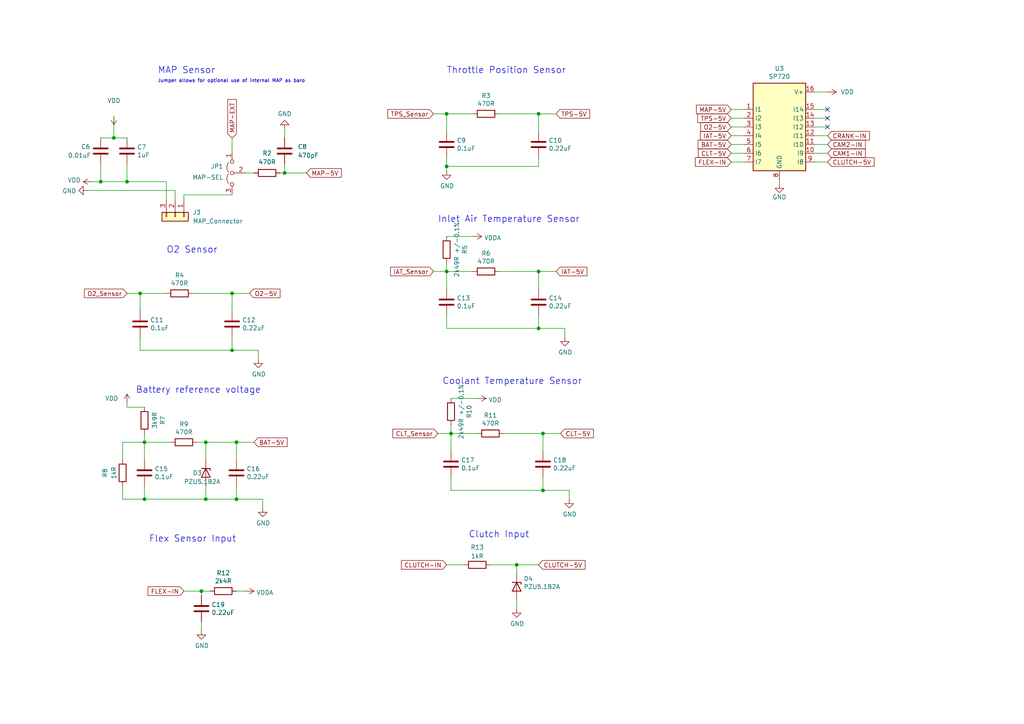
<source format=kicad_sch>
(kicad_sch (version 20211123) (generator eeschema)
  (paper "A4")
  (title_block (title "Speeduino board for Teensy 4.1") (date "2022-12-31") (rev "5") (company "Fontys Eindhoven EXPO group 13 || Speeduino") (comment 1 "Adapted from Speeduino V0.4.4c board"))
  (lib_symbols
    (symbol "Connector_Generic:Conn_01x03" (pin_names (offset 1.016) hide)
      (property "Reference" "J" (at 0 5.08 0))
      (property "Value" "Conn_01x03" (at 0 -5.08 0))
      (symbol "Conn_01x03_1_1"
        (rectangle (start -1.27 -2.413) (end 0 -2.667) (stroke (width 0.1524)))
        (rectangle (start -1.27 0.127) (end 0 -0.127) (stroke (width 0.1524)))
        (rectangle (start -1.27 2.667) (end 0 2.413) (stroke (width 0.1524)))
        (rectangle (start -1.27 3.81) (end 1.27 -3.81) (stroke (width 0.254)) (fill (type background)))
        (pin passive line (at -5.08 2.54 0) (length 3.81) (name "Pin_1") (number "1"))
        (pin passive line (at -5.08 0 0) (length 3.81) (name "Pin_2") (number "2"))
        (pin passive line (at -5.08 -2.54 0) (length 3.81) (name "Pin_3") (number "3"))
      )
    )
    (symbol "Device:C" (pin_numbers hide) (pin_names (offset 0.254))
      (property "Reference" "C" (at 0.635 2.54 0))
      (property "Value" "C" (at 0.635 -2.54 0))
      (symbol "C_0_1"
        (polyline (pts (xy -2.032 -0.762) (xy 2.032 -0.762)) (stroke (width 0.508)))
        (polyline (pts (xy -2.032 0.762) (xy 2.032 0.762)) (stroke (width 0.508)))
      )
      (symbol "C_1_1"
        (pin passive line (at 0 3.81 270) (length 2.794) (name "~") (number "1"))
        (pin passive line (at 0 -3.81 90) (length 2.794) (name "~") (number "2"))
      )
    )
    (symbol "Device:D_Zener" (pin_numbers hide) (pin_names (offset 1.016) hide)
      (property "Reference" "D" (at 0 2.54 0))
      (property "Value" "D_Zener" (at 0 -2.54 0))
      (symbol "D_Zener_0_1"
        (polyline (pts (xy 1.27 0) (xy -1.27 0)))
        (polyline (pts (xy -1.27 -1.27) (xy -1.27 1.27) (xy -0.762 1.27)) (stroke (width 0.254)))
        (polyline (pts (xy 1.27 -1.27) (xy 1.27 1.27) (xy -1.27 0) (xy 1.27 -1.27)) (stroke (width 0.254)))
      )
      (symbol "D_Zener_1_1"
        (pin passive line (at -3.81 0 0) (length 2.54) (name "K") (number "1"))
        (pin passive line (at 3.81 0 180) (length 2.54) (name "A") (number "2"))
      )
    )
    (symbol "Device:R" (pin_numbers hide) (pin_names (offset 0))
      (property "Reference" "R" (at 2.032 0 90))
      (property "Value" "R" (at 0 0 90))
      (symbol "R_0_1"
        (rectangle (start -1.016 -2.54) (end 1.016 2.54) (stroke (width 0.254)))
      )
      (symbol "R_1_1"
        (pin passive line (at 0 3.81 270) (length 1.27) (name "~") (number "1"))
        (pin passive line (at 0 -3.81 90) (length 1.27) (name "~") (number "2"))
      )
    )
    (symbol "Jumper:Jumper_3_Open" (pin_names (offset 0) hide)
      (property "Reference" "JP" (at -2.54 -2.54 0))
      (property "Value" "Jumper_3_Open" (at 0 2.794 0))
      (symbol "Jumper_3_Open_0_0"
        (circle (center -3.302 0) (radius 0.508))
        (circle (center 0 0) (radius 0.508))
        (circle (center 3.302 0) (radius 0.508))
      )
      (symbol "Jumper_3_Open_0_1"
        (arc (start -0.254 1.016) (mid -1.651 1.4992) (end -3.048 1.016))
        (polyline (pts (xy 0 -0.508) (xy 0 -1.27)))
        (arc (start 3.048 1.016) (mid 1.651 1.4992) (end 0.254 1.016))
      )
      (symbol "Jumper_3_Open_1_1"
        (pin passive line (at -6.35 0 0) (length 2.54) (name "A") (number "1"))
        (pin passive line (at 0 -3.81 90) (length 2.54) (name "C") (number "2"))
        (pin passive line (at 6.35 0 180) (length 2.54) (name "B") (number "3"))
      )
    )
    (symbol "Speeduino-lib:SP720-IC_Automotive"
      (property "Reference" "U3" (at 0 16.9418 0))
      (property "Value" "SP720-IC_Automotive" (at 0 14.6304 0))
      (symbol "SP720-IC_Automotive_0_1"
        (rectangle (start -7.62 -12.7) (end 7.62 12.7) (stroke (width 0.254)) (fill (type background)))
      )
      (symbol "SP720-IC_Automotive_1_1"
        (pin input line (at -10.16 5.08 0) (length 2.54) (name "I1") (number "1"))
        (pin input line (at 10.16 -7.62 180) (length 2.54) (name "I9") (number "10"))
        (pin input line (at 10.16 -5.08 180) (length 2.54) (name "I10") (number "11"))
        (pin input line (at 10.16 -2.54 180) (length 2.54) (name "I11") (number "12"))
        (pin input line (at 10.16 0 180) (length 2.54) (name "I12") (number "13"))
        (pin open_collector line (at 10.16 2.54 180) (length 2.54) (name "I13") (number "14"))
        (pin input line (at 10.16 5.08 180) (length 2.54) (name "I14") (number "15"))
        (pin power_in line (at 10.16 10.16 180) (length 2.54) (name "V+") (number "16"))
        (pin input line (at -10.16 2.54 0) (length 2.54) (name "I2") (number "2"))
        (pin input line (at -10.16 0 0) (length 2.54) (name "I3") (number "3"))
        (pin input line (at -10.16 -2.54 0) (length 2.54) (name "I4") (number "4"))
        (pin input line (at -10.16 -5.08 0) (length 2.54) (name "I5") (number "5"))
        (pin input line (at -10.16 -7.62 0) (length 2.54) (name "I6") (number "6"))
        (pin input line (at -10.16 -10.16 0) (length 2.54) (name "I7") (number "7"))
        (pin power_in line (at 0 -15.24 90) (length 2.54) (name "GND") (number "8"))
        (pin input line (at 10.16 -10.16 180) (length 2.54) (name "I8") (number "9"))
      )
    )
    (symbol "power:GND" (power) (pin_names (offset 0))
      (property "Value" "GND" (at 0 -3.81 0))
      (symbol "GND_0_1"
        (polyline (pts (xy 0 0) (xy 0 -1.27) (xy 1.27 -1.27) (xy 0 -2.54) (xy -1.27 -1.27) (xy 0 -1.27)))
      )
      (symbol "GND_1_1"
        (pin power_in line (at 0 0 270) (length 0) hide (name "GND") (number "1"))
      )
    )
    (symbol "power:VDD" (power) (pin_names (offset 0))
      (property "Value" "VDD" (at 0 3.81 0))
      (symbol "VDD_0_1"
        (polyline (pts (xy -0.762 1.27) (xy 0 2.54)))
        (polyline (pts (xy 0 0) (xy 0 2.54)))
        (polyline (pts (xy 0 2.54) (xy 0.762 1.27)))
      )
      (symbol "VDD_1_1"
        (pin power_in line (at 0 0 90) (length 0) hide (name "VDD") (number "1"))
      )
    )
    (symbol "power:VDDA" (power) (pin_names (offset 0))
      (property "Value" "VDDA" (at 0 3.81 0))
      (symbol "VDDA_0_1"
        (polyline (pts (xy -0.762 1.27) (xy 0 2.54)))
        (polyline (pts (xy 0 0) (xy 0 2.54)))
        (polyline (pts (xy 0 2.54) (xy 0.762 1.27)))
      )
      (symbol "VDDA_1_1"
        (pin power_in line (at 0 0 90) (length 0) hide (name "VDDA") (number "1"))
      )
    )
  )
  (junction (at 156.21 95.25))
  (junction (at 129.54 78.74))
  (junction (at 58.42 171.45))
  (junction (at 36.83 52.705))
  (junction (at 68.58 128.27))
  (junction (at 41.91 144.78))
  (junction (at 156.21 78.74))
  (junction (at 59.69 144.78))
  (junction (at 67.31 85.09))
  (junction (at 157.48 142.24))
  (junction (at 157.48 125.73))
  (junction (at 82.55 50.165))
  (junction (at 29.21 52.705))
  (junction (at 41.91 128.27))
  (junction (at 59.69 128.27))
  (junction (at 67.31 101.6))
  (junction (at 129.54 33.02))
  (junction (at 156.21 33.02))
  (junction (at 33.02 40.005))
  (junction (at 130.81 125.73))
  (junction (at 149.86 163.83))
  (junction (at 40.64 85.09))
  (junction (at 129.54 48.26))
  (junction (at 68.58 144.78))
  (no_connect (at 240.03 34.29))
  (no_connect (at 240.03 31.75))
  (no_connect (at 240.03 36.83))
  (wire (pts (xy 40.64 101.6) (xy 67.31 101.6)))
  (wire (pts (xy 59.69 128.27) (xy 68.58 128.27)))
  (wire (pts (xy 130.81 138.43) (xy 130.81 142.24)))
  (wire (pts (xy 58.42 172.72) (xy 58.42 171.45)))
  (wire (pts (xy 48.26 57.785) (xy 48.26 52.705)))
  (wire (pts (xy 156.21 78.74) (xy 156.21 83.82)))
  (wire (pts (xy 129.54 45.72) (xy 129.54 48.26)))
  (wire (pts (xy 67.31 97.79) (xy 67.31 101.6)))
  (wire (pts (xy 212.09 41.91) (xy 215.9 41.91)))
  (wire (pts (xy 163.83 95.25) (xy 163.83 97.79)))
  (wire (pts (xy 236.22 39.37) (xy 240.03 39.37)))
  (wire (pts (xy 48.26 52.705) (xy 36.83 52.705)))
  (wire (pts (xy 74.93 101.6) (xy 74.93 104.14)))
  (wire (pts (xy 162.56 125.73) (xy 157.48 125.73)))
  (wire (pts (xy 129.54 95.25) (xy 156.21 95.25)))
  (wire (pts (xy 129.54 33.02) (xy 137.16 33.02)))
  (wire (pts (xy 156.21 91.44) (xy 156.21 95.25)))
  (wire (pts (xy 59.69 140.97) (xy 59.69 144.78)))
  (wire (pts (xy 212.09 36.83) (xy 215.9 36.83)))
  (wire (pts (xy 68.58 128.27) (xy 68.58 133.35)))
  (wire (pts (xy 25.4 55.245) (xy 50.8 55.245)))
  (wire (pts (xy 50.8 55.245) (xy 50.8 57.785)))
  (wire (pts (xy 129.54 48.26) (xy 129.54 49.53)))
  (wire (pts (xy 215.9 44.45) (xy 212.09 44.45)))
  (wire (pts (xy 40.64 97.79) (xy 40.64 101.6)))
  (wire (pts (xy 36.83 52.705) (xy 36.83 47.625)))
  (wire (pts (xy 149.86 166.37) (xy 149.86 163.83)))
  (wire (pts (xy 129.54 83.82) (xy 129.54 78.74)))
  (wire (pts (xy 36.83 118.11) (xy 41.91 118.11)))
  (wire (pts (xy 156.21 45.72) (xy 156.21 48.26)))
  (wire (pts (xy 240.03 31.75) (xy 236.22 31.75)))
  (wire (pts (xy 68.58 144.78) (xy 76.2 144.78)))
  (wire (pts (xy 129.54 76.2) (xy 129.54 78.74)))
  (wire (pts (xy 156.21 38.1) (xy 156.21 33.02)))
  (wire (pts (xy 53.34 57.785) (xy 53.34 56.515)))
  (wire (pts (xy 35.56 133.35) (xy 35.56 128.27)))
  (wire (pts (xy 40.64 85.09) (xy 48.26 85.09)))
  (wire (pts (xy 71.12 50.165) (xy 73.66 50.165)))
  (wire (pts (xy 138.43 115.57) (xy 130.81 115.57)))
  (wire (pts (xy 35.56 144.78) (xy 41.91 144.78)))
  (wire (pts (xy 29.21 52.705) (xy 36.83 52.705)))
  (wire (pts (xy 26.67 52.705) (xy 29.21 52.705)))
  (wire (pts (xy 36.83 85.09) (xy 40.64 85.09)))
  (wire (pts (xy 76.2 144.78) (xy 76.2 147.32)))
  (wire (pts (xy 144.78 78.74) (xy 156.21 78.74)))
  (wire (pts (xy 58.42 171.45) (xy 53.34 171.45)))
  (wire (pts (xy 41.91 125.73) (xy 41.91 128.27)))
  (wire (pts (xy 157.48 138.43) (xy 157.48 142.24)))
  (wire (pts (xy 129.54 38.1) (xy 129.54 33.02)))
  (wire (pts (xy 33.02 40.005) (xy 33.02 33.655)))
  (wire (pts (xy 129.54 163.83) (xy 134.62 163.83)))
  (wire (pts (xy 41.91 133.35) (xy 41.91 128.27)))
  (wire (pts (xy 68.58 171.45) (xy 71.12 171.45)))
  (wire (pts (xy 68.58 140.97) (xy 68.58 144.78)))
  (wire (pts (xy 130.81 142.24) (xy 157.48 142.24)))
  (wire (pts (xy 240.03 26.67) (xy 236.22 26.67)))
  (wire (pts (xy 33.02 40.005) (xy 36.83 40.005)))
  (wire (pts (xy 35.56 140.97) (xy 35.56 144.78)))
  (wire (pts (xy 82.55 50.165) (xy 82.55 47.625)))
  (wire (pts (xy 226.06 53.34) (xy 226.06 52.07)))
  (wire (pts (xy 73.66 128.27) (xy 68.58 128.27)))
  (wire (pts (xy 125.73 33.02) (xy 129.54 33.02)))
  (wire (pts (xy 236.22 44.45) (xy 240.03 44.45)))
  (wire (pts (xy 236.22 34.29) (xy 240.03 34.29)))
  (wire (pts (xy 81.28 50.165) (xy 82.55 50.165)))
  (wire (pts (xy 41.91 128.27) (xy 49.53 128.27)))
  (wire (pts (xy 59.69 144.78) (xy 68.58 144.78)))
  (wire (pts (xy 82.55 50.165) (xy 88.9 50.165)))
  (wire (pts (xy 157.48 142.24) (xy 165.1 142.24)))
  (wire (pts (xy 60.96 171.45) (xy 58.42 171.45)))
  (wire (pts (xy 58.42 182.88) (xy 58.42 180.34)))
  (wire (pts (xy 29.21 40.005) (xy 33.02 40.005)))
  (wire (pts (xy 36.83 116.84) (xy 36.83 118.11)))
  (wire (pts (xy 212.09 46.99) (xy 215.9 46.99)))
  (wire (pts (xy 67.31 101.6) (xy 74.93 101.6)))
  (wire (pts (xy 161.29 78.74) (xy 156.21 78.74)))
  (wire (pts (xy 142.24 163.83) (xy 149.86 163.83)))
  (wire (pts (xy 165.1 142.24) (xy 165.1 144.78)))
  (wire (pts (xy 157.48 125.73) (xy 157.48 130.81)))
  (wire (pts (xy 53.34 56.515) (xy 67.31 56.515)))
  (wire (pts (xy 129.54 91.44) (xy 129.54 95.25)))
  (wire (pts (xy 35.56 128.27) (xy 41.91 128.27)))
  (wire (pts (xy 82.55 40.005) (xy 82.55 37.465)))
  (wire (pts (xy 156.21 33.02) (xy 161.29 33.02)))
  (wire (pts (xy 215.9 34.29) (xy 212.09 34.29)))
  (wire (pts (xy 40.64 90.17) (xy 40.64 85.09)))
  (wire (pts (xy 67.31 40.005) (xy 67.31 43.815)))
  (wire (pts (xy 240.03 41.91) (xy 236.22 41.91)))
  (wire (pts (xy 215.9 39.37) (xy 212.09 39.37)))
  (wire (pts (xy 72.39 85.09) (xy 67.31 85.09)))
  (wire (pts (xy 149.86 163.83) (xy 156.21 163.83)))
  (wire (pts (xy 130.81 123.19) (xy 130.81 125.73)))
  (wire (pts (xy 41.91 144.78) (xy 59.69 144.78)))
  (wire (pts (xy 57.15 128.27) (xy 59.69 128.27)))
  (wire (pts (xy 137.16 68.58) (xy 129.54 68.58)))
  (wire (pts (xy 130.81 125.73) (xy 138.43 125.73)))
  (wire (pts (xy 41.91 140.97) (xy 41.91 144.78)))
  (wire (pts (xy 212.09 31.75) (xy 215.9 31.75)))
  (wire (pts (xy 240.03 46.99) (xy 236.22 46.99)))
  (wire (pts (xy 67.31 85.09) (xy 67.31 90.17)))
  (wire (pts (xy 146.05 125.73) (xy 157.48 125.73)))
  (wire (pts (xy 127 125.73) (xy 130.81 125.73)))
  (wire (pts (xy 125.73 78.74) (xy 129.54 78.74)))
  (wire (pts (xy 29.21 52.705) (xy 29.21 47.625)))
  (wire (pts (xy 129.54 78.74) (xy 137.16 78.74)))
  (wire (pts (xy 240.03 36.83) (xy 236.22 36.83)))
  (wire (pts (xy 59.69 133.35) (xy 59.69 128.27)))
  (wire (pts (xy 156.21 95.25) (xy 163.83 95.25)))
  (wire (pts (xy 149.86 176.53) (xy 149.86 173.99)))
  (wire (pts (xy 129.54 48.26) (xy 156.21 48.26)))
  (wire (pts (xy 55.88 85.09) (xy 67.31 85.09)))
  (wire (pts (xy 144.78 33.02) (xy 156.21 33.02)))
  (wire (pts (xy 130.81 130.81) (xy 130.81 125.73)))
  (text "Coolant Temperature Sensor" (at 128.27 111.76 0) (effects (font (size 1.8796 1.8796)) (justify left bottom)))
  (text "Battery reference voltage" (at 39.37 114.3 0) (effects (font (size 1.8796 1.8796)) (justify left bottom)))
  (text "Clutch Input" (at 135.89 156.21 0) (effects (font (size 1.8796 1.8796)) (justify left bottom)))
  (text "Inlet Air Temperature Sensor" (at 127 64.77 0) (effects (font (size 1.8796 1.8796)) (justify left bottom)))
  (text "Flex Sensor Input" (at 43.18 157.48 0) (effects (font (size 1.8796 1.8796)) (justify left bottom)))
  (text "O2 Sensor" (at 48.26 73.66 0) (effects (font (size 1.8796 1.8796)) (justify left bottom)))
  (text "Jumper allows for optional use of internal MAP as baro" (at 45.72 24.13 0) (effects (font (size 0.9906 0.9906)) (justify left bottom)))
  (text "Throttle Position Sensor" (at 129.54 21.59 0) (effects (font (size 1.8796 1.8796)) (justify left bottom)))
  (text "MAP Sensor" (at 45.72 21.59 0) (effects (font (size 1.8796 1.8796)) (justify left bottom)))
  (global_label "O2-5V" (shape input) (at 72.39 85.09 0) (property "Intersheet References" "${INTERSHEET_REFS}" (effects hide)))
  (global_label "FLEX-IN" (shape input) (at 53.34 171.45 180) (property "Intersheet References" "${INTERSHEET_REFS}" (effects hide)))
  (global_label "CLUTCH-5V" (shape input) (at 156.21 163.83 0) (property "Intersheet References" "${INTERSHEET_REFS}" (effects hide)))
  (global_label "IAT-5V" (shape input) (at 161.29 78.74 0) (property "Intersheet References" "${INTERSHEET_REFS}" (effects hide)))
  (global_label "TPS-5V" (shape input) (at 212.09 34.29 180) (property "Intersheet References" "${INTERSHEET_REFS}" (effects hide)))
  (global_label "FLEX-IN" (shape input) (at 212.09 46.99 180) (property "Intersheet References" "${INTERSHEET_REFS}" (effects hide)))
  (global_label "CLT-5V" (shape input) (at 162.56 125.73 0) (property "Intersheet References" "${INTERSHEET_REFS}" (effects hide)))
  (global_label "CAM2-IN" (shape input) (at 240.03 41.91 0) (property "Intersheet References" "${INTERSHEET_REFS}" (effects hide)))
  (global_label "CLT_Sensor" (shape input) (at 127 125.73 180) (property "Intersheet References" "${INTERSHEET_REFS}" (effects hide)))
  (global_label "MAP-5V" (shape input) (at 212.09 31.75 180) (property "Intersheet References" "${INTERSHEET_REFS}" (effects hide)))
  (global_label "IAT_Sensor" (shape input) (at 125.73 78.74 180) (property "Intersheet References" "${INTERSHEET_REFS}" (effects hide)))
  (global_label "BAT-5V" (shape input) (at 73.66 128.27 0) (property "Intersheet References" "${INTERSHEET_REFS}" (effects hide)))
  (global_label "O2-5V" (shape input) (at 212.09 36.83 180) (property "Intersheet References" "${INTERSHEET_REFS}" (effects hide)))
  (global_label "CRANK-IN" (shape input) (at 240.03 39.37 0) (property "Intersheet References" "${INTERSHEET_REFS}" (effects hide)))
  (global_label "CAM1-IN" (shape input) (at 240.03 44.45 0) (property "Intersheet References" "${INTERSHEET_REFS}" (effects hide)))
  (global_label "CLUTCH-IN" (shape input) (at 129.54 163.83 180) (property "Intersheet References" "${INTERSHEET_REFS}" (effects hide)))
  (global_label "MAP-EXT" (shape input) (at 67.31 40.005 90) (property "Intersheet References" "${INTERSHEET_REFS}" (effects hide)))
  (global_label "TPS_Sensor" (shape input) (at 125.73 33.02 180) (property "Intersheet References" "${INTERSHEET_REFS}" (effects hide)))
  (global_label "CLT-5V" (shape input) (at 212.09 44.45 180) (property "Intersheet References" "${INTERSHEET_REFS}" (effects hide)))
  (global_label "O2_Sensor" (shape input) (at 36.83 85.09 180) (property "Intersheet References" "${INTERSHEET_REFS}" (effects hide)))
  (global_label "MAP-5V" (shape input) (at 88.9 50.165 0) (property "Intersheet References" "${INTERSHEET_REFS}" (effects hide)))
  (global_label "BAT-5V" (shape input) (at 212.09 41.91 180) (property "Intersheet References" "${INTERSHEET_REFS}" (effects hide)))
  (global_label "IAT-5V" (shape input) (at 212.09 39.37 180) (property "Intersheet References" "${INTERSHEET_REFS}" (effects hide)))
  (global_label "CLUTCH-5V" (shape input) (at 240.03 46.99 0) (property "Intersheet References" "${INTERSHEET_REFS}" (effects hide)))
  (global_label "TPS-5V" (shape input) (at 161.29 33.02 0) (property "Intersheet References" "${INTERSHEET_REFS}" (effects hide)))
  (symbol (lib_id "power:GND") (at 25.4 55.245 270) (unit 1)
    (property "Reference" "#PWR0143" (effects hide))
    (property "Value" "GND" (at 22.1488 55.372 90) (effects (justify right)))
  )
  (symbol (lib_id "Device:C") (at 29.21 43.815 0) (unit 1)
    (property "Reference" "C6" (at 23.495 42.545 0) (effects (justify left)))
    (property "Value" "0.01uF" (at 19.685 45.085 0) (effects (justify left)))
    (property "Footprint" "Capacitor_SMD:C_0805_2012Metric" (effects hide))
    (property "Digikey Part Number" "3019937" (effects hide))
    (property "Manufacturer_Name" "Yageo" (effects hide))
    (property "Manufacturer_Part_Number" "CC0805KRX7R9BB103" (effects hide))
    (property "URL" "https://nl.farnell.com/yageo/cc0805krx7r9bb103/cap-0-01-f-50v-10-x7r-0805/dp/3019937" (effects hide))
  )
  (symbol (lib_id "Device:C") (at 36.83 43.815 0) (unit 1)
    (property "Reference" "C7" (at 39.751 42.6466 0) (effects (justify left)))
    (property "Value" "1uF" (at 39.751 44.958 0) (effects (justify left)))
    (property "Footprint" "Capacitor_SMD:C_0805_2012Metric" (effects hide))
    (property "Digikey Part Number" "3369302" (effects hide))
    (property "Manufacturer_Name" "Yageo" (effects hide))
    (property "Manufacturer_Part_Number" "CC0805KKX7R7BB105" (effects hide))
    (property "URL" "https://nl.farnell.com/yageo/cc0805kkx7r7bb105/cap-1uf-16v-mlcc-0805/dp/3369302?st=cc0805kkx7r7bb105" (effects hide))
  )
  (symbol (lib_id "Speeduino-lib:SP720-IC_Automotive") (at 226.06 36.83 0) (unit 1)
    (property "Reference" "U3" (at 226.06 19.8882 0))
    (property "Value" "SP720" (at 226.06 22.1996 0))
    (property "Footprint" "Package_SO:SOIC-16_3.9x9.9mm_P1.27mm" (effects hide))
    (property "Datasheet" "https://m.littelfuse.com/~/media/electronics/datasheets/tvs_diode_arrays/littelfuse_tvs_diode_array_sp720_datasheet.pdf.pdf" (effects hide))
    (property "Digikey Part Number" "1869378" (effects hide))
    (property "Manufacturer_Name" "Littelfuse" (effects hide))
    (property "Manufacturer_Part_Number" "SP720ABG" (effects hide))
    (property "URL" "https://nl.farnell.com/littelfuse/sp720abg/diode-tvs-esd-14-ch-16soic/dp/1869378?st=sp720" (effects hide))
  )
  (symbol (lib_id "Device:R") (at 52.07 85.09 270) (unit 1)
    (property "Reference" "R4" (at 52.07 79.8322 90))
    (property "Value" "470R" (at 52.07 82.1436 90))
    (property "Footprint" "Resistor_SMD:R_0805_2012Metric" (effects hide))
    (property "Manufacturer_Name" "Walsin" (effects hide))
    (property "Manufacturer_Part_Number" "WF08P4700FTL" (effects hide))
    (property "URL" "https://nl.farnell.com/walsin/wf08p4700ftl/res-470r-1-0-25w-0805-thick-film/dp/2670094" (effects hide))
    (property "Digikey Part Number" "2670094" (effects hide))
  )
  (symbol (lib_id "Device:C") (at 67.31 93.98 0) (unit 1)
    (property "Reference" "C12" (at 70.231 92.8116 0) (effects (justify left)))
    (property "Value" "0.22uF" (at 70.231 95.123 0) (effects (justify left)))
    (property "Footprint" "Capacitor_SMD:C_0805_2012Metric" (effects hide))
    (property "Digikey Part Number" "3881054" (effects hide))
    (property "Manufacturer_Name" "Walsin" (effects hide))
    (property "Manufacturer_Part_Number" "0805B224M160CP" (effects hide))
    (property "URL" "https://nl.farnell.com/walsin/0805b224m160cp/cap-0-22uf-16v-mlcc-0805/dp/3881054" (effects hide))
  )
  (symbol (lib_id "Device:C") (at 40.64 93.98 0) (unit 1)
    (property "Reference" "C11" (at 43.561 92.8116 0) (effects (justify left)))
    (property "Value" "0.1uF" (at 43.561 95.123 0) (effects (justify left)))
    (property "Footprint" "Capacitor_SMD:C_0805_2012Metric" (effects hide))
    (property "Digikey Part Number" "3296136" (effects hide))
    (property "Manufacturer_Name" "Vishay" (effects hide))
    (property "Manufacturer_Part_Number" "VJ0805Y104KXAPW1BC" (effects hide))
    (property "URL" "https://nl.farnell.com/vishay/vj0805y104kxapw1bc/cap-0-1uf-50v-mlcc-0805/dp/3296136" (effects hide))
  )
  (symbol (lib_id "power:GND") (at 74.93 104.14 0) (unit 1)
    (property "Reference" "#PWR0151" (effects hide))
    (property "Value" "GND" (at 75.057 108.5342 0))
  )
  (symbol (lib_id "Device:R") (at 140.97 33.02 270) (unit 1)
    (property "Reference" "R3" (at 140.97 27.7622 90))
    (property "Value" "470R" (at 140.97 30.0736 90))
    (property "Footprint" "Resistor_SMD:R_0805_2012Metric" (effects hide))
    (property "Manufacturer_Name" "Walsin" (effects hide))
    (property "Manufacturer_Part_Number" "WF08P4700FTL" (effects hide))
    (property "URL" "https://nl.farnell.com/walsin/wf08p4700ftl/res-470r-1-0-25w-0805-thick-film/dp/2670094" (effects hide))
    (property "Digikey Part Number" "2670094" (effects hide))
  )
  (symbol (lib_id "Device:C") (at 129.54 41.91 0) (unit 1)
    (property "Reference" "C9" (at 132.461 40.7416 0) (effects (justify left)))
    (property "Value" "0.1uF" (at 132.461 43.053 0) (effects (justify left)))
    (property "Footprint" "Capacitor_SMD:C_0805_2012Metric" (effects hide))
    (property "Digikey Part Number" "3296136" (effects hide))
    (property "Manufacturer_Name" "Vishay" (effects hide))
    (property "Manufacturer_Part_Number" "VJ0805Y104KXAPW1BC" (effects hide))
    (property "URL" "https://nl.farnell.com/vishay/vj0805y104kxapw1bc/cap-0-1uf-50v-mlcc-0805/dp/3296136" (effects hide))
  )
  (symbol (lib_id "power:GND") (at 129.54 49.53 0) (unit 1)
    (property "Reference" "#PWR0146" (effects hide))
    (property "Value" "GND" (at 129.667 53.9242 0))
  )
  (symbol (lib_id "Device:R") (at 140.97 78.74 270) (unit 1)
    (property "Reference" "R6" (at 140.97 73.4822 90))
    (property "Value" "470R" (at 140.97 75.7936 90))
    (property "Footprint" "Resistor_SMD:R_0805_2012Metric" (effects hide))
    (property "Manufacturer_Name" "Walsin" (effects hide))
    (property "Manufacturer_Part_Number" "WF08P4700FTL" (effects hide))
    (property "URL" "https://nl.farnell.com/walsin/wf08p4700ftl/res-470r-1-0-25w-0805-thick-film/dp/2670094" (effects hide))
    (property "Digikey Part Number" "2670094" (effects hide))
  )
  (symbol (lib_id "Device:C") (at 156.21 87.63 0) (unit 1)
    (property "Reference" "C14" (at 159.131 86.4616 0) (effects (justify left)))
    (property "Value" "0.22uF" (at 159.131 88.773 0) (effects (justify left)))
    (property "Footprint" "Capacitor_SMD:C_0805_2012Metric" (effects hide))
    (property "Digikey Part Number" "3881054" (effects hide))
    (property "Manufacturer_Name" "Walsin" (effects hide))
    (property "Manufacturer_Part_Number" "0805B224M160CP" (effects hide))
    (property "URL" "https://nl.farnell.com/walsin/0805b224m160cp/cap-0-22uf-16v-mlcc-0805/dp/3881054" (effects hide))
  )
  (symbol (lib_id "Device:C") (at 129.54 87.63 0) (unit 1)
    (property "Reference" "C13" (at 132.461 86.4616 0) (effects (justify left)))
    (property "Value" "0.1uF" (at 132.461 88.773 0) (effects (justify left)))
    (property "Footprint" "Capacitor_SMD:C_0805_2012Metric" (effects hide))
    (property "Digikey Part Number" "3296136" (effects hide))
    (property "Manufacturer_Name" "Vishay" (effects hide))
    (property "Manufacturer_Part_Number" "VJ0805Y104KXAPW1BC" (effects hide))
    (property "URL" "https://nl.farnell.com/vishay/vj0805y104kxapw1bc/cap-0-1uf-50v-mlcc-0805/dp/3296136" (effects hide))
  )
  (symbol (lib_id "power:GND") (at 163.83 97.79 0) (unit 1)
    (property "Reference" "#PWR0148" (effects hide))
    (property "Value" "GND" (at 163.957 102.1842 0))
  )
  (symbol (lib_id "Device:R") (at 129.54 72.39 180) (unit 1)
    (property "Reference" "R5" (at 134.7978 72.39 90))
    (property "Value" "2k49R +/-0.1%" (at 132.4864 72.39 90))
    (property "Footprint" "Resistor_SMD:R_0805_2012Metric" (effects hide))
    (property "Digikey Part Number" "4014068" (effects hide))
    (property "Manufacturer_Name" "Yageo" (effects hide))
    (property "Manufacturer_Part_Number" "RT0805BRD072K49L" (effects hide))
    (property "URL" "https://nl.farnell.com/yageo/rt0805brd072k49l/res-2k49-0-1-0-125w-thin-film/dp/4014068" (effects hide))
  )
  (symbol (lib_id "power:VDDA") (at 137.16 68.58 270) (unit 1)
    (property "Reference" "#PWR0149" (effects hide))
    (property "Value" "VDDA" (at 140.4112 69.0118 90) (effects (justify left)))
  )
  (symbol (lib_id "Device:R") (at 142.24 125.73 270) (unit 1)
    (property "Reference" "R11" (at 142.24 120.4722 90))
    (property "Value" "470R" (at 142.24 122.7836 90))
    (property "Footprint" "Resistor_SMD:R_0805_2012Metric" (effects hide))
    (property "Manufacturer_Name" "Walsin" (effects hide))
    (property "Manufacturer_Part_Number" "WF08P4700FTL" (effects hide))
    (property "URL" "https://nl.farnell.com/walsin/wf08p4700ftl/res-470r-1-0-25w-0805-thick-film/dp/2670094" (effects hide))
    (property "Digikey Part Number" "2670094" (effects hide))
  )
  (symbol (lib_id "Device:C") (at 157.48 134.62 0) (unit 1)
    (property "Reference" "C18" (at 160.401 133.4516 0) (effects (justify left)))
    (property "Value" "0.22uF" (at 160.401 135.763 0) (effects (justify left)))
    (property "Footprint" "Capacitor_SMD:C_0805_2012Metric" (effects hide))
    (property "Digikey Part Number" "3881054" (effects hide))
    (property "Manufacturer_Name" "Walsin" (effects hide))
    (property "Manufacturer_Part_Number" "0805B224M160CP" (effects hide))
    (property "URL" "https://nl.farnell.com/walsin/0805b224m160cp/cap-0-22uf-16v-mlcc-0805/dp/3881054" (effects hide))
  )
  (symbol (lib_id "Device:C") (at 130.81 134.62 0) (unit 1)
    (property "Reference" "C17" (at 133.731 133.4516 0) (effects (justify left)))
    (property "Value" "0.1uF" (at 133.731 135.763 0) (effects (justify left)))
    (property "Footprint" "Capacitor_SMD:C_0805_2012Metric" (effects hide))
    (property "Digikey Part Number" "3296136" (effects hide))
    (property "Manufacturer_Name" "Vishay" (effects hide))
    (property "Manufacturer_Part_Number" "VJ0805Y104KXAPW1BC" (effects hide))
    (property "URL" "https://nl.farnell.com/vishay/vj0805y104kxapw1bc/cap-0-1uf-50v-mlcc-0805/dp/3296136" (effects hide))
  )
  (symbol (lib_id "power:GND") (at 165.1 144.78 0) (unit 1)
    (property "Reference" "#PWR0141" (effects hide))
    (property "Value" "GND" (at 165.227 149.1742 0))
  )
  (symbol (lib_id "Device:R") (at 130.81 119.38 180) (unit 1)
    (property "Reference" "R10" (at 136.0678 119.38 90))
    (property "Value" "2k49R +/-0.1%" (at 133.7564 119.38 90))
    (property "Footprint" "Resistor_SMD:R_0805_2012Metric" (effects hide))
    (property "Digikey Part Number" "4014068" (effects hide))
    (property "Manufacturer_Name" "Yageo" (effects hide))
    (property "Manufacturer_Part_Number" "RT0805BRD072K49L" (effects hide))
    (property "URL" "https://nl.farnell.com/yageo/rt0805brd072k49l/res-2k49-0-1-0-125w-thin-film/dp/4014068" (effects hide))
  )
  (symbol (lib_id "power:VDD") (at 138.43 115.57 270) (unit 1)
    (property "Reference" "#PWR0150" (effects hide))
    (property "Value" "VDDA" (at 141.6812 116.0018 90) (effects (justify left)))
  )
  (symbol (lib_id "Device:R") (at 53.34 128.27 270) (unit 1)
    (property "Reference" "R9" (at 53.34 123.0122 90))
    (property "Value" "470R" (at 53.34 125.3236 90))
    (property "Footprint" "Resistor_SMD:R_0805_2012Metric" (effects hide))
    (property "Manufacturer_Name" "Walsin" (effects hide))
    (property "Manufacturer_Part_Number" "WF08P4700FTL" (effects hide))
    (property "URL" "https://nl.farnell.com/walsin/wf08p4700ftl/res-470r-1-0-25w-0805-thick-film/dp/2670094" (effects hide))
    (property "Digikey Part Number" "2670094" (effects hide))
  )
  (symbol (lib_id "Device:C") (at 68.58 137.16 0) (unit 1)
    (property "Reference" "C16" (at 71.501 135.9916 0) (effects (justify left)))
    (property "Value" "0.22uF" (at 71.501 138.303 0) (effects (justify left)))
    (property "Footprint" "Capacitor_SMD:C_0805_2012Metric" (effects hide))
    (property "Digikey Part Number" "3881054" (effects hide))
    (property "Manufacturer_Name" "Walsin" (effects hide))
    (property "Manufacturer_Part_Number" "0805B224M160CP" (effects hide))
    (property "URL" "https://nl.farnell.com/walsin/0805b224m160cp/cap-0-22uf-16v-mlcc-0805/dp/3881054" (effects hide))
  )
  (symbol (lib_id "Device:C") (at 41.91 137.16 0) (unit 1)
    (property "Reference" "C15" (at 44.831 135.9916 0) (effects (justify left)))
    (property "Value" "0.1uF" (at 44.831 138.303 0) (effects (justify left)))
    (property "Footprint" "Capacitor_SMD:C_0805_2012Metric" (effects hide))
    (property "Digikey Part Number" "3296136" (effects hide))
    (property "Manufacturer_Name" "Vishay" (effects hide))
    (property "Manufacturer_Part_Number" "VJ0805Y104KXAPW1BC" (effects hide))
    (property "URL" "https://nl.farnell.com/vishay/vj0805y104kxapw1bc/cap-0-1uf-50v-mlcc-0805/dp/3296136" (effects hide))
  )
  (symbol (lib_id "power:GND") (at 76.2 147.32 0) (unit 1)
    (property "Reference" "#PWR0140" (effects hide))
    (property "Value" "GND" (at 76.327 151.7142 0))
  )
  (symbol (lib_id "Device:R") (at 41.91 121.92 180) (unit 1)
    (property "Reference" "R7" (at 47.1678 121.92 90))
    (property "Value" "3k9R" (at 44.8564 121.92 90))
    (property "Footprint" "Resistor_SMD:R_0805_2012Metric" (effects hide))
    (property "Digikey Part Number" "2447654" (effects hide))
    (property "Manufacturer_Name" "Multicomp" (effects hide))
    (property "Manufacturer_Part_Number" "MCWR08X3901FTL" (effects hide))
    (property "URL" "https://nl.farnell.com/multicomp/mcwr08x3901ftl/res-3k9-1-0-125w-thick-film/dp/2447654" (effects hide))
  )
  (symbol (lib_id "Device:R") (at 35.56 137.16 180) (unit 1)
    (property "Reference" "R8" (at 30.48 137.16 90))
    (property "Value" "1kR" (at 33.02 137.16 90))
    (property "Footprint" "Resistor_SMD:R_0402_1005Metric" (effects hide))
    (property "Digikey Part Number" "2502798" (effects hide))
    (property "Manufacturer_Name" "Walsin" (effects hide))
    (property "Manufacturer_Part_Number" "WF04P1001FTL" (effects hide))
    (property "URL" "https://nl.farnell.com/walsin/wf04p1001ftl/res-1k-1-50v-0402-thick-film/dp/2502798" (effects hide))
  )
  (symbol (lib_id "Device:R") (at 138.43 163.83 90) (unit 1)
    (property "Reference" "R13" (at 138.43 158.75 90))
    (property "Value" "1kR" (at 138.43 161.29 90))
    (property "Footprint" "Resistor_SMD:R_0402_1005Metric" (effects hide))
    (property "Digikey Part Number" "2502798" (effects hide))
    (property "Manufacturer_Name" "Walsin" (effects hide))
    (property "Manufacturer_Part_Number" "WF04P1001FTL" (effects hide))
    (property "URL" "https://nl.farnell.com/walsin/wf04p1001ftl/res-1k-1-50v-0402-thick-film/dp/2502798" (effects hide))
  )
  (symbol (lib_id "Device:D_Zener") (at 149.86 170.18 270) (unit 1)
    (property "Reference" "D4" (at 151.8666 167.8686 90) (effects (justify left)))
    (property "Value" "PZU5.1B2A" (at 151.8666 170.18 90) (effects (justify left)))
    (property "Footprint" "Diode_SMD:D_SOD-323" (effects hide))
    (property "Digikey Part Number" "4126444" (effects hide))
    (property "Manufacturer_Name" "Nexperia" (effects hide))
    (property "Manufacturer_Part_Number" "PZU5.1B2A-QX" (effects hide))
    (property "URL" "https://nl.farnell.com/nexperia/pzu5-1b2a-qx/zener-diode-5-1v-0-49w-sod-323/dp/4126444" (effects hide))
  )
  (symbol (lib_id "power:GND") (at 149.86 176.53 0) (unit 1)
    (property "Reference" "#PWR0142" (effects hide))
    (property "Value" "GND" (at 149.987 180.9242 0))
  )
  (symbol (lib_id "Device:R") (at 64.77 171.45 270) (unit 1)
    (property "Reference" "R12" (at 64.77 166.1922 90))
    (property "Value" "2k4R" (at 64.77 168.5036 90))
    (property "Footprint" "Resistor_SMD:R_0805_2012Metric" (effects hide))
    (property "Digikey Part Number" "2447625" (effects hide))
    (property "Manufacturer_Name" "Multicomp" (effects hide))
    (property "Manufacturer_Part_Number" "MCWR08X2401FTL" (effects hide))
    (property "URL" "https://nl.farnell.com/multicomp/mcwr08x2401ftl/res-2k4-1-0-125w-thick-film/dp/2447625" (effects hide))
  )
  (symbol (lib_id "Device:C") (at 58.42 176.53 0) (unit 1)
    (property "Reference" "C19" (at 61.341 175.3616 0) (effects (justify left)))
    (property "Value" "0.22uF" (at 61.341 177.673 0) (effects (justify left)))
    (property "Footprint" "Capacitor_SMD:C_0805_2012Metric" (effects hide))
    (property "Digikey Part Number" "3881054" (effects hide))
    (property "Manufacturer_Name" "Walsin" (effects hide))
    (property "Manufacturer_Part_Number" "0805B224M160CP" (effects hide))
    (property "URL" "https://nl.farnell.com/walsin/0805b224m160cp/cap-0-22uf-16v-mlcc-0805/dp/3881054" (effects hide))
  )
  (symbol (lib_id "power:GND") (at 58.42 182.88 0) (unit 1)
    (property "Reference" "#PWR0138" (effects hide))
    (property "Value" "GND" (at 58.547 187.2742 0))
  )
  (symbol (lib_id "power:VDD") (at 26.67 52.705 90) (unit 1)
    (property "Reference" "#PWR0144" (effects hide))
    (property "Value" "VDD" (at 23.4442 52.2478 90) (effects (justify left)))
  )
  (symbol (lib_id "power:VDDA") (at 71.12 171.45 270) (unit 1)
    (property "Reference" "#PWR0139" (effects hide))
    (property "Value" "VDDA" (at 74.3712 171.8818 90) (effects (justify left)))
  )
  (symbol (lib_id "Device:D_Zener") (at 59.69 137.16 270) (unit 1)
    (property "Reference" "D3" (at 55.88 137.16 90) (effects (justify left)))
    (property "Value" "PZU5.1B2A" (at 53.34 139.7 90) (effects (justify left)))
    (property "Footprint" "Diode_SMD:D_SOD-323" (effects hide))
    (property "Digikey Part Number" "4126444" (effects hide))
    (property "Manufacturer_Name" "Nexperia" (effects hide))
    (property "Manufacturer_Part_Number" "PZU5.1B2A-QX" (effects hide))
    (property "URL" "https://nl.farnell.com/nexperia/pzu5-1b2a-qx/zener-diode-5-1v-0-49w-sod-323/dp/4126444" (effects hide))
  )
  (symbol (lib_id "Device:R") (at 77.47 50.165 90) (unit 1)
    (property "Reference" "R2" (at 77.47 44.45 90))
    (property "Value" "470R" (at 77.47 46.99 90))
    (property "Footprint" "Resistor_SMD:R_0805_2012Metric" (effects hide))
    (property "Digikey Part Number" "2670094" (effects hide))
    (property "Manufacturer_Name" "Walsin" (effects hide))
    (property "Manufacturer_Part_Number" "WF08P4700FTL" (effects hide))
    (property "URL" "https://nl.farnell.com/walsin/wf08p4700ftl/res-470r-1-0-25w-0805-thick-film/dp/2670094" (effects hide))
  )
  (symbol (lib_id "power:GND") (at 82.55 37.465 180) (unit 1)
    (property "Reference" "#PWR0147" (effects hide))
    (property "Value" "GND" (at 82.55 33.02 0))
  )
  (symbol (lib_id "power:GND") (at 226.06 53.34 0) (unit 1)
    (property "Reference" "#PWR0154" (effects hide))
    (property "Value" "GND" (at 226.06 57.15 0))
  )
  (symbol (lib_id "Device:C") (at 82.55 43.815 0) (unit 1)
    (property "Reference" "C8" (at 86.36 42.5449 0) (effects (justify left)))
    (property "Value" "470pF" (at 86.36 45.0849 0) (effects (justify left)))
    (property "Footprint" "Capacitor_SMD:C_0805_2012Metric" (effects hide))
    (property "Digikey Part Number" "1759216" (effects hide))
    (property "Manufacturer_Name" "Multicomp" (effects hide))
    (property "Manufacturer_Part_Number" "MC0805B471K500CT" (effects hide))
    (property "URL" "https://nl.farnell.com/multicomp/mc0805b471k500ct/cap-470pf-50v-10-x7r-0805/dp/1759216" (effects hide))
  )
  (symbol (lib_id "power:VDD") (at 33.02 33.655 180) (unit 1)
    (property "Reference" "#PWR0145" (effects hide))
    (property "Value" "GND" (at 33.02 29.21 0))
  )
  (symbol (lib_id "Jumper:Jumper_3_Open") (at 67.31 50.165 90) (mirror x) (unit 1)
    (property "Reference" "JP1" (at 64.77 48.26 90) (effects (justify left)))
    (property "Value" "MAP-SEL" (at 64.77 51.4349 90) (effects (justify left)))
    (property "Footprint" "Connector_PinHeader_2.54mm:PinHeader_1x03_P2.54mm_Vertical" (effects hide))
  )
  (symbol (lib_id "power:VDD") (at 240.03 26.67 270) (unit 1)
    (property "Reference" "#PWR0153" (effects hide))
    (property "Value" "VDDA" (at 243.84 26.6699 90) (effects (justify left)))
  )
  (symbol (lib_id "Connector_Generic:Conn_01x03") (at 50.8 62.865 270) (unit 1)
    (property "Reference" "J3" (at 55.88 61.5949 90) (effects (justify left)))
    (property "Value" "MAP_Connector" (at 55.88 64.1349 90) (effects (justify left)))
    (property "Footprint" "Connector_PinSocket_2.54mm:PinSocket_1x03_P2.54mm_Vertical" (effects hide))
  )
  (symbol (lib_id "Device:C") (at 156.21 41.91 0) (unit 1)
    (property "Reference" "C10" (at 159.131 40.7416 0) (effects (justify left)))
    (property "Value" "0.22uF" (at 159.131 43.053 0) (effects (justify left)))
    (property "Footprint" "Capacitor_SMD:C_0805_2012Metric" (effects hide))
    (property "Digikey Part Number" "3881054" (effects hide))
    (property "Manufacturer_Name" "Walsin" (effects hide))
    (property "Manufacturer_Part_Number" "0805B224M160CP" (effects hide))
    (property "URL" "https://nl.farnell.com/walsin/0805b224m160cp/cap-0-22uf-16v-mlcc-0805/dp/3881054" (effects hide))
  )
  (symbol (lib_id "power:VDD") (at 36.83 116.84 0) (unit 1)
    (property "Reference" "#PWR0152" (effects hide))
    (property "Value" "+12V" (at 30.48 115.57 0) (effects (justify left)))
  )
)
</source>
